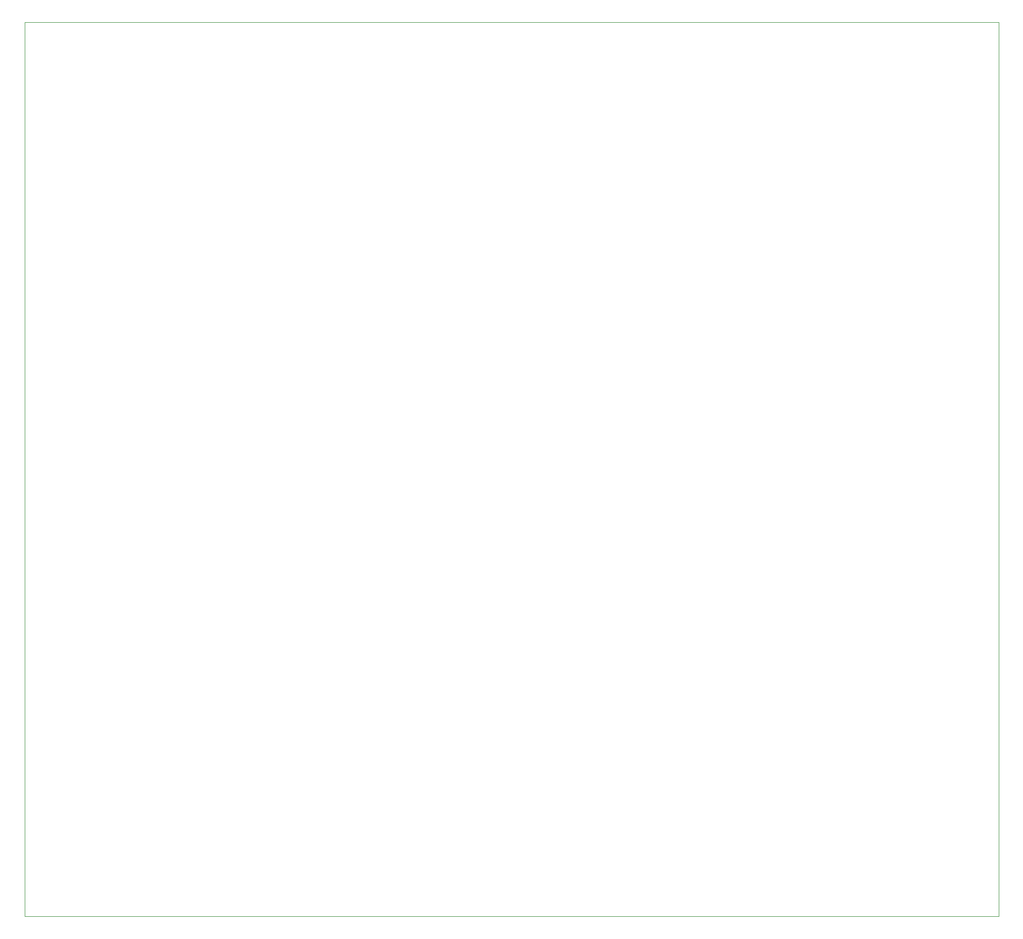
<source format=gbr>
%TF.GenerationSoftware,KiCad,Pcbnew,(5.1.8)-1*%
%TF.CreationDate,2021-03-07T20:35:29-08:00*%
%TF.ProjectId,KiCAD Simulations,4b694341-4420-4536-996d-756c6174696f,rev?*%
%TF.SameCoordinates,Original*%
%TF.FileFunction,Profile,NP*%
%FSLAX46Y46*%
G04 Gerber Fmt 4.6, Leading zero omitted, Abs format (unit mm)*
G04 Created by KiCad (PCBNEW (5.1.8)-1) date 2021-03-07 20:35:29*
%MOMM*%
%LPD*%
G01*
G04 APERTURE LIST*
%TA.AperFunction,Profile*%
%ADD10C,0.050000*%
%TD*%
G04 APERTURE END LIST*
D10*
X214122000Y-165354000D02*
X50800000Y-165354000D01*
X214122000Y-15494000D02*
X214122000Y-165354000D01*
X50800000Y-15494000D02*
X214122000Y-15494000D01*
X50800000Y-165354000D02*
X50800000Y-15494000D01*
M02*

</source>
